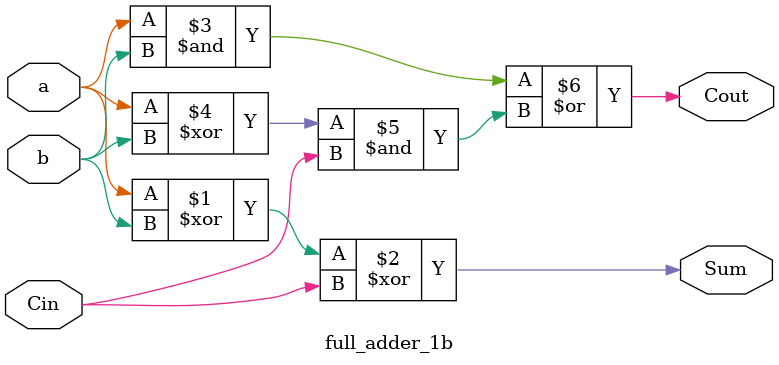
<source format=sv>
module full_adder_1b(
	// parametros de entrada
	input wire a,
	input wire b,
	input wire Cin,
	// parametros de salida
	output wire Sum,
	output wire Cout
);

// asiganacion de suma de salida
assign Sum = (a ^ b) ^ Cin;

// asignacion del carry de salida
assign Cout = (a & b) | ((a ^ b) & Cin);

endmodule
</source>
